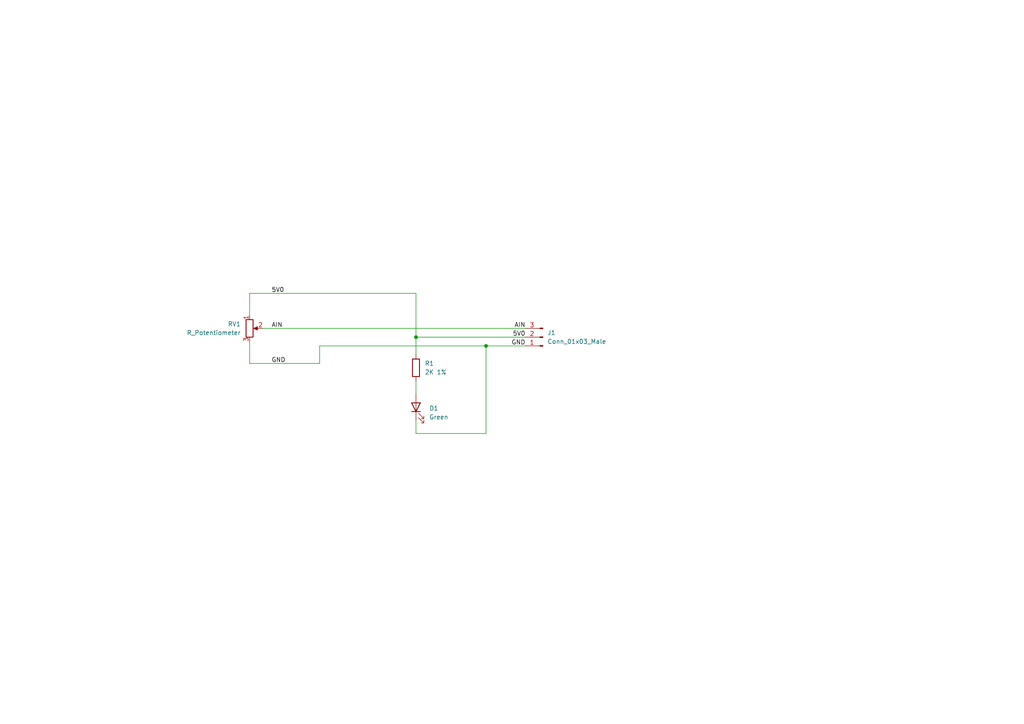
<source format=kicad_sch>
(kicad_sch (version 20211123) (generator eeschema)
  (paper "A4")
  (lib_symbols
    (symbol "Connector:Conn_01x03_Male" (pin_names (offset 1.016) hide)
      (property "Reference" "J" (at 0 5.08 0))
      (property "Value" "Conn_01x03_Male" (at 0 -5.08 0))
      (symbol "Conn_01x03_Male_1_1"
        (polyline (pts (xy 1.27 -2.54) (xy 0.8636 -2.54)) (stroke (width 0.1524)))
        (polyline (pts (xy 1.27 0) (xy 0.8636 0)) (stroke (width 0.1524)))
        (polyline (pts (xy 1.27 2.54) (xy 0.8636 2.54)) (stroke (width 0.1524)))
        (rectangle (start 0.8636 -2.413) (end 0 -2.667) (stroke (width 0.1524)) (fill (type outline)))
        (rectangle (start 0.8636 0.127) (end 0 -0.127) (stroke (width 0.1524)) (fill (type outline)))
        (rectangle (start 0.8636 2.667) (end 0 2.413) (stroke (width 0.1524)) (fill (type outline)))
        (pin passive line (at 5.08 2.54 180) (length 3.81) (name "Pin_1") (number "1"))
        (pin passive line (at 5.08 0 180) (length 3.81) (name "Pin_2") (number "2"))
        (pin passive line (at 5.08 -2.54 180) (length 3.81) (name "Pin_3") (number "3"))
      )
    )
    (symbol "Device:LED" (pin_numbers hide) (pin_names (offset 1.016) hide)
      (property "Reference" "D" (at 0 2.54 0))
      (property "Value" "LED" (at 0 -2.54 0))
      (symbol "LED_0_1"
        (polyline (pts (xy -1.27 -1.27) (xy -1.27 1.27)) (stroke (width 0.254)))
        (polyline (pts (xy -1.27 0) (xy 1.27 0)))
        (polyline (pts (xy 1.27 -1.27) (xy 1.27 1.27) (xy -1.27 0) (xy 1.27 -1.27)) (stroke (width 0.254)))
        (polyline (pts (xy -3.048 -0.762) (xy -4.572 -2.286) (xy -3.81 -2.286) (xy -4.572 -2.286) (xy -4.572 -1.524)))
        (polyline (pts (xy -1.778 -0.762) (xy -3.302 -2.286) (xy -2.54 -2.286) (xy -3.302 -2.286) (xy -3.302 -1.524)))
      )
      (symbol "LED_1_1"
        (pin passive line (at -3.81 0 0) (length 2.54) (name "K") (number "1"))
        (pin passive line (at 3.81 0 180) (length 2.54) (name "A") (number "2"))
      )
    )
    (symbol "Device:R" (pin_numbers hide) (pin_names (offset 0))
      (property "Reference" "R" (at 2.032 0 90))
      (property "Value" "R" (at 0 0 90))
      (symbol "R_0_1"
        (rectangle (start -1.016 -2.54) (end 1.016 2.54) (stroke (width 0.254)))
      )
      (symbol "R_1_1"
        (pin passive line (at 0 3.81 270) (length 1.27) (name "~") (number "1"))
        (pin passive line (at 0 -3.81 90) (length 1.27) (name "~") (number "2"))
      )
    )
    (symbol "Device:R_Potentiometer" (pin_names (offset 1.016) hide)
      (property "Reference" "RV" (at -4.445 0 90))
      (property "Value" "R_Potentiometer" (at -2.54 0 90))
      (symbol "R_Potentiometer_0_1"
        (polyline (pts (xy 2.54 0) (xy 1.524 0)))
        (polyline (pts (xy 1.143 0) (xy 2.286 0.508) (xy 2.286 -0.508) (xy 1.143 0)) (fill (type outline)))
        (rectangle (start 1.016 2.54) (end -1.016 -2.54) (stroke (width 0.254)))
      )
      (symbol "R_Potentiometer_1_1"
        (pin passive line (at 0 3.81 270) (length 1.27) (name "1") (number "1"))
        (pin passive line (at 3.81 0 180) (length 1.27) (name "2") (number "2"))
        (pin passive line (at 0 -3.81 90) (length 1.27) (name "3") (number "3"))
      )
    )
  )
  (junction (at 140.97 100.33))
  (junction (at 120.65 97.79))
  (wire (pts (xy 120.65 97.79) (xy 120.65 102.87)))
  (wire (pts (xy 72.39 91.44) (xy 72.39 85.09)))
  (wire (pts (xy 72.39 105.41) (xy 92.71 105.41)))
  (wire (pts (xy 72.39 99.06) (xy 72.39 105.41)))
  (wire (pts (xy 120.65 121.92) (xy 120.65 125.73)))
  (wire (pts (xy 120.65 125.73) (xy 140.97 125.73)))
  (wire (pts (xy 152.4 97.79) (xy 120.65 97.79)))
  (wire (pts (xy 140.97 125.73) (xy 140.97 100.33)))
  (wire (pts (xy 120.65 110.49) (xy 120.65 114.3)))
  (wire (pts (xy 72.39 85.09) (xy 120.65 85.09)))
  (wire (pts (xy 140.97 100.33) (xy 92.71 100.33)))
  (wire (pts (xy 92.71 100.33) (xy 92.71 105.41)))
  (wire (pts (xy 120.65 97.79) (xy 120.65 85.09)))
  (wire (pts (xy 76.2 95.25) (xy 152.4 95.25)))
  (wire (pts (xy 140.97 100.33) (xy 152.4 100.33)))
  (label "GND" (at 152.4 100.33 180))
  (label "AIN" (at 152.4 95.25 180))
  (label "5V0" (at 78.74 85.09 0))
  (label "5V0" (at 152.4 97.79 180))
  (label "GND" (at 78.74 105.41 0))
  (label "AIN" (at 78.74 95.25 0))
  (symbol (lib_id "Device:R") (at 120.65 106.68 0) (unit 1)
    (property "Reference" "R1" (at 123.19 105.4099 0) (effects (justify left)))
    (property "Value" "2K 1%" (at 123.19 107.9499 0) (effects (justify left)))
    (property "Footprint" "Resistor_SMD:R_0805_2012Metric" (effects hide))
  )
  (symbol (lib_id "Connector:Conn_01x03_Male") (at 157.48 97.79 180) (unit 1)
    (property "Reference" "J1" (at 158.75 96.5199 0) (effects (justify right)))
    (property "Value" "Conn_01x03_Male" (at 158.75 99.0599 0) (effects (justify right)))
    (property "Footprint" "potentiometer:70541-0037" (effects hide))
  )
  (symbol (lib_id "Device:R_Potentiometer") (at 72.39 95.25 0) (unit 1)
    (property "Reference" "RV1" (at 69.85 93.9799 0) (effects (justify right)))
    (property "Value" "R_Potentiometer" (at 69.85 96.5199 0) (effects (justify right)))
    (property "Footprint" "potentiometer:Bourns3647" (effects hide))
    (property "MFG P/N" "Bourns3547" (effects hide))
  )
  (symbol (lib_id "Device:LED") (at 120.65 118.11 90) (unit 1)
    (property "Reference" "D1" (at 124.46 118.4274 90) (effects (justify right)))
    (property "Value" "Green" (at 124.46 120.9674 90) (effects (justify right)))
    (property "Footprint" "Resistor_SMD:R_1206_3216Metric" (effects hide))
  )
)
</source>
